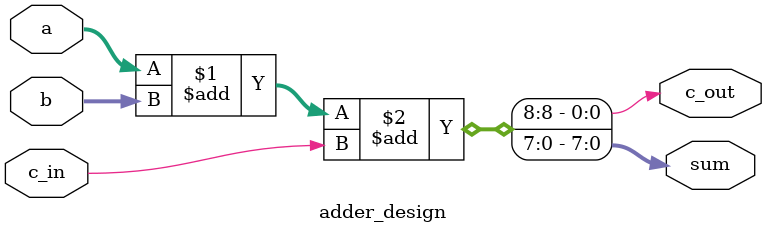
<source format=sv>
module adder_design(input logic [7:0] a,
 input logic [7:0] b,
 input logic c_in,
 output logic [7:0] sum,
 output logic c_out);

 assign {c_out, sum}=a+b+c_in;

endmodule: adder_design
</source>
